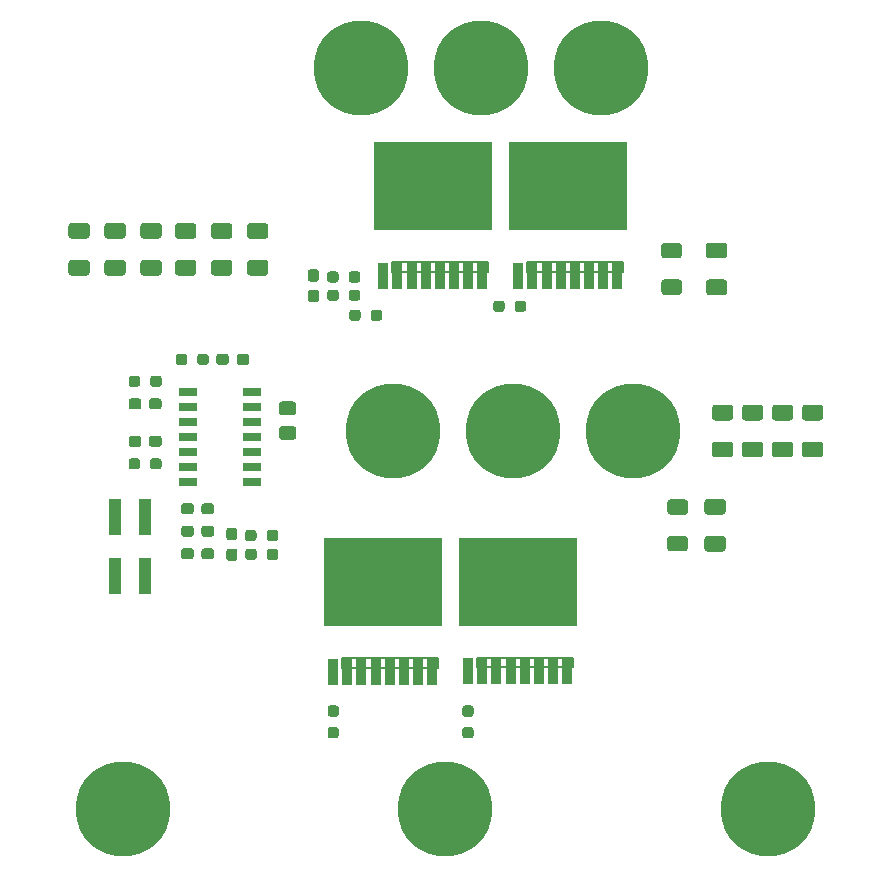
<source format=gbr>
%TF.GenerationSoftware,KiCad,Pcbnew,(5.1.9)-1*%
%TF.CreationDate,2021-04-16T14:47:50+02:00*%
%TF.ProjectId,Inverter,496e7665-7274-4657-922e-6b696361645f,rev?*%
%TF.SameCoordinates,Original*%
%TF.FileFunction,Paste,Top*%
%TF.FilePolarity,Positive*%
%FSLAX46Y46*%
G04 Gerber Fmt 4.6, Leading zero omitted, Abs format (unit mm)*
G04 Created by KiCad (PCBNEW (5.1.9)-1) date 2021-04-16 14:47:50*
%MOMM*%
%LPD*%
G01*
G04 APERTURE LIST*
%ADD10C,0.152400*%
%ADD11C,8.000000*%
%ADD12R,1.000000X3.150000*%
%ADD13R,9.956800X7.467600*%
%ADD14R,0.889000X2.311400*%
%ADD15R,1.525000X0.700000*%
G04 APERTURE END LIST*
D10*
%TO.C,U4*%
X92872301Y-112318800D02*
X100961299Y-112318800D01*
X100961299Y-112318800D02*
X100961299Y-113131600D01*
X100961299Y-113131600D02*
X92872301Y-113131600D01*
X92872301Y-113131600D02*
X92872301Y-112318800D01*
%TO.C,U3*%
X104302301Y-112293400D02*
X112391299Y-112293400D01*
X112391299Y-112293400D02*
X112391299Y-113106200D01*
X112391299Y-113106200D02*
X104302301Y-113106200D01*
X104302301Y-113106200D02*
X104302301Y-112293400D01*
%TO.C,U2*%
X97114101Y-78790800D02*
X105203099Y-78790800D01*
X105203099Y-78790800D02*
X105203099Y-79603600D01*
X105203099Y-79603600D02*
X97114101Y-79603600D01*
X97114101Y-79603600D02*
X97114101Y-78790800D01*
%TO.C,U1*%
X108544101Y-78790800D02*
X116633099Y-78790800D01*
X116633099Y-78790800D02*
X116633099Y-79603600D01*
X116633099Y-79603600D02*
X108544101Y-79603600D01*
X108544101Y-79603600D02*
X108544101Y-78790800D01*
%TD*%
D11*
%TO.C,U\u002A\u002A*%
X128905000Y-125095000D03*
%TD*%
%TO.C,U\u002A\u002A*%
X101600000Y-125095000D03*
%TD*%
%TO.C,U\u002A\u002A*%
X74295000Y-125095000D03*
%TD*%
%TO.C,U\u002A\u002A*%
X117475000Y-93091000D03*
%TD*%
%TO.C,U\u002A\u002A*%
X107315000Y-93091000D03*
%TD*%
%TO.C,U\u002A\u002A*%
X97155000Y-93091000D03*
%TD*%
%TO.C,U\u002A\u002A*%
X114808000Y-62357000D03*
%TD*%
%TO.C,U\u002A\u002A*%
X104648000Y-62357000D03*
%TD*%
%TO.C,U\u002A\u002A*%
X94488000Y-62357000D03*
%TD*%
%TO.C,C19*%
G36*
G01*
X69961998Y-78624000D02*
X71262002Y-78624000D01*
G75*
G02*
X71512000Y-78873998I0J-249998D01*
G01*
X71512000Y-79699002D01*
G75*
G02*
X71262002Y-79949000I-249998J0D01*
G01*
X69961998Y-79949000D01*
G75*
G02*
X69712000Y-79699002I0J249998D01*
G01*
X69712000Y-78873998D01*
G75*
G02*
X69961998Y-78624000I249998J0D01*
G01*
G37*
G36*
G01*
X69961998Y-75499000D02*
X71262002Y-75499000D01*
G75*
G02*
X71512000Y-75748998I0J-249998D01*
G01*
X71512000Y-76574002D01*
G75*
G02*
X71262002Y-76824000I-249998J0D01*
G01*
X69961998Y-76824000D01*
G75*
G02*
X69712000Y-76574002I0J249998D01*
G01*
X69712000Y-75748998D01*
G75*
G02*
X69961998Y-75499000I249998J0D01*
G01*
G37*
%TD*%
%TO.C,C18*%
G36*
G01*
X73009998Y-78624000D02*
X74310002Y-78624000D01*
G75*
G02*
X74560000Y-78873998I0J-249998D01*
G01*
X74560000Y-79699002D01*
G75*
G02*
X74310002Y-79949000I-249998J0D01*
G01*
X73009998Y-79949000D01*
G75*
G02*
X72760000Y-79699002I0J249998D01*
G01*
X72760000Y-78873998D01*
G75*
G02*
X73009998Y-78624000I249998J0D01*
G01*
G37*
G36*
G01*
X73009998Y-75499000D02*
X74310002Y-75499000D01*
G75*
G02*
X74560000Y-75748998I0J-249998D01*
G01*
X74560000Y-76574002D01*
G75*
G02*
X74310002Y-76824000I-249998J0D01*
G01*
X73009998Y-76824000D01*
G75*
G02*
X72760000Y-76574002I0J249998D01*
G01*
X72760000Y-75748998D01*
G75*
G02*
X73009998Y-75499000I249998J0D01*
G01*
G37*
%TD*%
%TO.C,C17*%
G36*
G01*
X82026998Y-78624000D02*
X83327002Y-78624000D01*
G75*
G02*
X83577000Y-78873998I0J-249998D01*
G01*
X83577000Y-79699002D01*
G75*
G02*
X83327002Y-79949000I-249998J0D01*
G01*
X82026998Y-79949000D01*
G75*
G02*
X81777000Y-79699002I0J249998D01*
G01*
X81777000Y-78873998D01*
G75*
G02*
X82026998Y-78624000I249998J0D01*
G01*
G37*
G36*
G01*
X82026998Y-75499000D02*
X83327002Y-75499000D01*
G75*
G02*
X83577000Y-75748998I0J-249998D01*
G01*
X83577000Y-76574002D01*
G75*
G02*
X83327002Y-76824000I-249998J0D01*
G01*
X82026998Y-76824000D01*
G75*
G02*
X81777000Y-76574002I0J249998D01*
G01*
X81777000Y-75748998D01*
G75*
G02*
X82026998Y-75499000I249998J0D01*
G01*
G37*
%TD*%
%TO.C,C16*%
G36*
G01*
X76057998Y-78624000D02*
X77358002Y-78624000D01*
G75*
G02*
X77608000Y-78873998I0J-249998D01*
G01*
X77608000Y-79699002D01*
G75*
G02*
X77358002Y-79949000I-249998J0D01*
G01*
X76057998Y-79949000D01*
G75*
G02*
X75808000Y-79699002I0J249998D01*
G01*
X75808000Y-78873998D01*
G75*
G02*
X76057998Y-78624000I249998J0D01*
G01*
G37*
G36*
G01*
X76057998Y-75499000D02*
X77358002Y-75499000D01*
G75*
G02*
X77608000Y-75748998I0J-249998D01*
G01*
X77608000Y-76574002D01*
G75*
G02*
X77358002Y-76824000I-249998J0D01*
G01*
X76057998Y-76824000D01*
G75*
G02*
X75808000Y-76574002I0J249998D01*
G01*
X75808000Y-75748998D01*
G75*
G02*
X76057998Y-75499000I249998J0D01*
G01*
G37*
%TD*%
%TO.C,C10*%
G36*
G01*
X78978998Y-78624000D02*
X80279002Y-78624000D01*
G75*
G02*
X80529000Y-78873998I0J-249998D01*
G01*
X80529000Y-79699002D01*
G75*
G02*
X80279002Y-79949000I-249998J0D01*
G01*
X78978998Y-79949000D01*
G75*
G02*
X78729000Y-79699002I0J249998D01*
G01*
X78729000Y-78873998D01*
G75*
G02*
X78978998Y-78624000I249998J0D01*
G01*
G37*
G36*
G01*
X78978998Y-75499000D02*
X80279002Y-75499000D01*
G75*
G02*
X80529000Y-75748998I0J-249998D01*
G01*
X80529000Y-76574002D01*
G75*
G02*
X80279002Y-76824000I-249998J0D01*
G01*
X78978998Y-76824000D01*
G75*
G02*
X78729000Y-76574002I0J249998D01*
G01*
X78729000Y-75748998D01*
G75*
G02*
X78978998Y-75499000I249998J0D01*
G01*
G37*
%TD*%
%TO.C,R13*%
G36*
G01*
X121910001Y-100192000D02*
X120659999Y-100192000D01*
G75*
G02*
X120410000Y-99942001I0J249999D01*
G01*
X120410000Y-99141999D01*
G75*
G02*
X120659999Y-98892000I249999J0D01*
G01*
X121910001Y-98892000D01*
G75*
G02*
X122160000Y-99141999I0J-249999D01*
G01*
X122160000Y-99942001D01*
G75*
G02*
X121910001Y-100192000I-249999J0D01*
G01*
G37*
G36*
G01*
X121910001Y-103292000D02*
X120659999Y-103292000D01*
G75*
G02*
X120410000Y-103042001I0J249999D01*
G01*
X120410000Y-102241999D01*
G75*
G02*
X120659999Y-101992000I249999J0D01*
G01*
X121910001Y-101992000D01*
G75*
G02*
X122160000Y-102241999I0J-249999D01*
G01*
X122160000Y-103042001D01*
G75*
G02*
X121910001Y-103292000I-249999J0D01*
G01*
G37*
%TD*%
%TO.C,R12*%
G36*
G01*
X121402001Y-78475000D02*
X120151999Y-78475000D01*
G75*
G02*
X119902000Y-78225001I0J249999D01*
G01*
X119902000Y-77424999D01*
G75*
G02*
X120151999Y-77175000I249999J0D01*
G01*
X121402001Y-77175000D01*
G75*
G02*
X121652000Y-77424999I0J-249999D01*
G01*
X121652000Y-78225001D01*
G75*
G02*
X121402001Y-78475000I-249999J0D01*
G01*
G37*
G36*
G01*
X121402001Y-81575000D02*
X120151999Y-81575000D01*
G75*
G02*
X119902000Y-81325001I0J249999D01*
G01*
X119902000Y-80524999D01*
G75*
G02*
X120151999Y-80275000I249999J0D01*
G01*
X121402001Y-80275000D01*
G75*
G02*
X121652000Y-80524999I0J-249999D01*
G01*
X121652000Y-81325001D01*
G75*
G02*
X121402001Y-81575000I-249999J0D01*
G01*
G37*
%TD*%
%TO.C,C8*%
G36*
G01*
X123809998Y-101992000D02*
X125110002Y-101992000D01*
G75*
G02*
X125360000Y-102241998I0J-249998D01*
G01*
X125360000Y-103067002D01*
G75*
G02*
X125110002Y-103317000I-249998J0D01*
G01*
X123809998Y-103317000D01*
G75*
G02*
X123560000Y-103067002I0J249998D01*
G01*
X123560000Y-102241998D01*
G75*
G02*
X123809998Y-101992000I249998J0D01*
G01*
G37*
G36*
G01*
X123809998Y-98867000D02*
X125110002Y-98867000D01*
G75*
G02*
X125360000Y-99116998I0J-249998D01*
G01*
X125360000Y-99942002D01*
G75*
G02*
X125110002Y-100192000I-249998J0D01*
G01*
X123809998Y-100192000D01*
G75*
G02*
X123560000Y-99942002I0J249998D01*
G01*
X123560000Y-99116998D01*
G75*
G02*
X123809998Y-98867000I249998J0D01*
G01*
G37*
%TD*%
%TO.C,C7*%
G36*
G01*
X123936998Y-80275000D02*
X125237002Y-80275000D01*
G75*
G02*
X125487000Y-80524998I0J-249998D01*
G01*
X125487000Y-81350002D01*
G75*
G02*
X125237002Y-81600000I-249998J0D01*
G01*
X123936998Y-81600000D01*
G75*
G02*
X123687000Y-81350002I0J249998D01*
G01*
X123687000Y-80524998D01*
G75*
G02*
X123936998Y-80275000I249998J0D01*
G01*
G37*
G36*
G01*
X123936998Y-77150000D02*
X125237002Y-77150000D01*
G75*
G02*
X125487000Y-77399998I0J-249998D01*
G01*
X125487000Y-78225002D01*
G75*
G02*
X125237002Y-78475000I-249998J0D01*
G01*
X123936998Y-78475000D01*
G75*
G02*
X123687000Y-78225002I0J249998D01*
G01*
X123687000Y-77399998D01*
G75*
G02*
X123936998Y-77150000I249998J0D01*
G01*
G37*
%TD*%
%TO.C,C15*%
G36*
G01*
X132064998Y-94016400D02*
X133365002Y-94016400D01*
G75*
G02*
X133615000Y-94266398I0J-249998D01*
G01*
X133615000Y-95091402D01*
G75*
G02*
X133365002Y-95341400I-249998J0D01*
G01*
X132064998Y-95341400D01*
G75*
G02*
X131815000Y-95091402I0J249998D01*
G01*
X131815000Y-94266398D01*
G75*
G02*
X132064998Y-94016400I249998J0D01*
G01*
G37*
G36*
G01*
X132064998Y-90891400D02*
X133365002Y-90891400D01*
G75*
G02*
X133615000Y-91141398I0J-249998D01*
G01*
X133615000Y-91966402D01*
G75*
G02*
X133365002Y-92216400I-249998J0D01*
G01*
X132064998Y-92216400D01*
G75*
G02*
X131815000Y-91966402I0J249998D01*
G01*
X131815000Y-91141398D01*
G75*
G02*
X132064998Y-90891400I249998J0D01*
G01*
G37*
%TD*%
%TO.C,C14*%
G36*
G01*
X129524998Y-94016400D02*
X130825002Y-94016400D01*
G75*
G02*
X131075000Y-94266398I0J-249998D01*
G01*
X131075000Y-95091402D01*
G75*
G02*
X130825002Y-95341400I-249998J0D01*
G01*
X129524998Y-95341400D01*
G75*
G02*
X129275000Y-95091402I0J249998D01*
G01*
X129275000Y-94266398D01*
G75*
G02*
X129524998Y-94016400I249998J0D01*
G01*
G37*
G36*
G01*
X129524998Y-90891400D02*
X130825002Y-90891400D01*
G75*
G02*
X131075000Y-91141398I0J-249998D01*
G01*
X131075000Y-91966402D01*
G75*
G02*
X130825002Y-92216400I-249998J0D01*
G01*
X129524998Y-92216400D01*
G75*
G02*
X129275000Y-91966402I0J249998D01*
G01*
X129275000Y-91141398D01*
G75*
G02*
X129524998Y-90891400I249998J0D01*
G01*
G37*
%TD*%
%TO.C,C13*%
G36*
G01*
X126984998Y-94016400D02*
X128285002Y-94016400D01*
G75*
G02*
X128535000Y-94266398I0J-249998D01*
G01*
X128535000Y-95091402D01*
G75*
G02*
X128285002Y-95341400I-249998J0D01*
G01*
X126984998Y-95341400D01*
G75*
G02*
X126735000Y-95091402I0J249998D01*
G01*
X126735000Y-94266398D01*
G75*
G02*
X126984998Y-94016400I249998J0D01*
G01*
G37*
G36*
G01*
X126984998Y-90891400D02*
X128285002Y-90891400D01*
G75*
G02*
X128535000Y-91141398I0J-249998D01*
G01*
X128535000Y-91966402D01*
G75*
G02*
X128285002Y-92216400I-249998J0D01*
G01*
X126984998Y-92216400D01*
G75*
G02*
X126735000Y-91966402I0J249998D01*
G01*
X126735000Y-91141398D01*
G75*
G02*
X126984998Y-90891400I249998J0D01*
G01*
G37*
%TD*%
%TO.C,C12*%
G36*
G01*
X124444998Y-94016400D02*
X125745002Y-94016400D01*
G75*
G02*
X125995000Y-94266398I0J-249998D01*
G01*
X125995000Y-95091402D01*
G75*
G02*
X125745002Y-95341400I-249998J0D01*
G01*
X124444998Y-95341400D01*
G75*
G02*
X124195000Y-95091402I0J249998D01*
G01*
X124195000Y-94266398D01*
G75*
G02*
X124444998Y-94016400I249998J0D01*
G01*
G37*
G36*
G01*
X124444998Y-90891400D02*
X125745002Y-90891400D01*
G75*
G02*
X125995000Y-91141398I0J-249998D01*
G01*
X125995000Y-91966402D01*
G75*
G02*
X125745002Y-92216400I-249998J0D01*
G01*
X124444998Y-92216400D01*
G75*
G02*
X124195000Y-91966402I0J249998D01*
G01*
X124195000Y-91141398D01*
G75*
G02*
X124444998Y-90891400I249998J0D01*
G01*
G37*
%TD*%
%TO.C,C11*%
G36*
G01*
X85074998Y-78624000D02*
X86375002Y-78624000D01*
G75*
G02*
X86625000Y-78873998I0J-249998D01*
G01*
X86625000Y-79699002D01*
G75*
G02*
X86375002Y-79949000I-249998J0D01*
G01*
X85074998Y-79949000D01*
G75*
G02*
X84825000Y-79699002I0J249998D01*
G01*
X84825000Y-78873998D01*
G75*
G02*
X85074998Y-78624000I249998J0D01*
G01*
G37*
G36*
G01*
X85074998Y-75499000D02*
X86375002Y-75499000D01*
G75*
G02*
X86625000Y-75748998I0J-249998D01*
G01*
X86625000Y-76574002D01*
G75*
G02*
X86375002Y-76824000I-249998J0D01*
G01*
X85074998Y-76824000D01*
G75*
G02*
X84825000Y-76574002I0J249998D01*
G01*
X84825000Y-75748998D01*
G75*
G02*
X85074998Y-75499000I249998J0D01*
G01*
G37*
%TD*%
D12*
%TO.C,J1*%
X76200000Y-100345000D03*
X76200000Y-105395000D03*
X73660000Y-100345000D03*
X73660000Y-105395000D03*
%TD*%
D13*
%TO.C,U4*%
X96316800Y-105918000D03*
D14*
X92116801Y-113474500D03*
X93316801Y-113474500D03*
X94516801Y-113474500D03*
X95716801Y-113474500D03*
X96916801Y-113474500D03*
X98116801Y-113474500D03*
X99316802Y-113474500D03*
X100516799Y-113474500D03*
%TD*%
D13*
%TO.C,U3*%
X107746800Y-105892600D03*
D14*
X103546801Y-113449100D03*
X104746801Y-113449100D03*
X105946801Y-113449100D03*
X107146801Y-113449100D03*
X108346801Y-113449100D03*
X109546801Y-113449100D03*
X110746802Y-113449100D03*
X111946799Y-113449100D03*
%TD*%
D13*
%TO.C,U2*%
X100558600Y-72390000D03*
D14*
X96358601Y-79946500D03*
X97558601Y-79946500D03*
X98758601Y-79946500D03*
X99958601Y-79946500D03*
X101158601Y-79946500D03*
X102358601Y-79946500D03*
X103558602Y-79946500D03*
X104758599Y-79946500D03*
%TD*%
D13*
%TO.C,U1*%
X111988600Y-72390000D03*
D14*
X107788601Y-79946500D03*
X108988601Y-79946500D03*
X110188601Y-79946500D03*
X111388601Y-79946500D03*
X112588601Y-79946500D03*
X113788601Y-79946500D03*
X114988602Y-79946500D03*
X116188599Y-79946500D03*
%TD*%
D15*
%TO.C,IC1*%
X79838000Y-89763600D03*
X79838000Y-91033600D03*
X79838000Y-92303600D03*
X79838000Y-93573600D03*
X79838000Y-94843600D03*
X79838000Y-96113600D03*
X79838000Y-97383600D03*
X85262000Y-97383600D03*
X85262000Y-96113600D03*
X85262000Y-94843600D03*
X85262000Y-93573600D03*
X85262000Y-92303600D03*
X85262000Y-91033600D03*
X85262000Y-89763600D03*
%TD*%
%TO.C,C6*%
G36*
G01*
X87790000Y-92678500D02*
X88740000Y-92678500D01*
G75*
G02*
X88990000Y-92928500I0J-250000D01*
G01*
X88990000Y-93603500D01*
G75*
G02*
X88740000Y-93853500I-250000J0D01*
G01*
X87790000Y-93853500D01*
G75*
G02*
X87540000Y-93603500I0J250000D01*
G01*
X87540000Y-92928500D01*
G75*
G02*
X87790000Y-92678500I250000J0D01*
G01*
G37*
G36*
G01*
X87790000Y-90603500D02*
X88740000Y-90603500D01*
G75*
G02*
X88990000Y-90853500I0J-250000D01*
G01*
X88990000Y-91528500D01*
G75*
G02*
X88740000Y-91778500I-250000J0D01*
G01*
X87790000Y-91778500D01*
G75*
G02*
X87540000Y-91528500I0J250000D01*
G01*
X87540000Y-90853500D01*
G75*
G02*
X87790000Y-90603500I250000J0D01*
G01*
G37*
%TD*%
%TO.C,D1*%
G36*
G01*
X83303100Y-103053600D02*
X83778100Y-103053600D01*
G75*
G02*
X84015600Y-103291100I0J-237500D01*
G01*
X84015600Y-103866100D01*
G75*
G02*
X83778100Y-104103600I-237500J0D01*
G01*
X83303100Y-104103600D01*
G75*
G02*
X83065600Y-103866100I0J237500D01*
G01*
X83065600Y-103291100D01*
G75*
G02*
X83303100Y-103053600I237500J0D01*
G01*
G37*
G36*
G01*
X83303100Y-101303600D02*
X83778100Y-101303600D01*
G75*
G02*
X84015600Y-101541100I0J-237500D01*
G01*
X84015600Y-102116100D01*
G75*
G02*
X83778100Y-102353600I-237500J0D01*
G01*
X83303100Y-102353600D01*
G75*
G02*
X83065600Y-102116100I0J237500D01*
G01*
X83065600Y-101541100D01*
G75*
G02*
X83303100Y-101303600I237500J0D01*
G01*
G37*
%TD*%
%TO.C,R5*%
G36*
G01*
X85653700Y-103318300D02*
X85653700Y-103793300D01*
G75*
G02*
X85416200Y-104030800I-237500J0D01*
G01*
X84916200Y-104030800D01*
G75*
G02*
X84678700Y-103793300I0J237500D01*
G01*
X84678700Y-103318300D01*
G75*
G02*
X84916200Y-103080800I237500J0D01*
G01*
X85416200Y-103080800D01*
G75*
G02*
X85653700Y-103318300I0J-237500D01*
G01*
G37*
G36*
G01*
X87478700Y-103318300D02*
X87478700Y-103793300D01*
G75*
G02*
X87241200Y-104030800I-237500J0D01*
G01*
X86741200Y-104030800D01*
G75*
G02*
X86503700Y-103793300I0J237500D01*
G01*
X86503700Y-103318300D01*
G75*
G02*
X86741200Y-103080800I237500J0D01*
G01*
X87241200Y-103080800D01*
G75*
G02*
X87478700Y-103318300I0J-237500D01*
G01*
G37*
%TD*%
%TO.C,R4*%
G36*
G01*
X85632100Y-101718100D02*
X85632100Y-102193100D01*
G75*
G02*
X85394600Y-102430600I-237500J0D01*
G01*
X84894600Y-102430600D01*
G75*
G02*
X84657100Y-102193100I0J237500D01*
G01*
X84657100Y-101718100D01*
G75*
G02*
X84894600Y-101480600I237500J0D01*
G01*
X85394600Y-101480600D01*
G75*
G02*
X85632100Y-101718100I0J-237500D01*
G01*
G37*
G36*
G01*
X87457100Y-101718100D02*
X87457100Y-102193100D01*
G75*
G02*
X87219600Y-102430600I-237500J0D01*
G01*
X86719600Y-102430600D01*
G75*
G02*
X86482100Y-102193100I0J237500D01*
G01*
X86482100Y-101718100D01*
G75*
G02*
X86719600Y-101480600I237500J0D01*
G01*
X87219600Y-101480600D01*
G75*
G02*
X87457100Y-101718100I0J-237500D01*
G01*
G37*
%TD*%
%TO.C,C3*%
G36*
G01*
X80970000Y-101837500D02*
X80970000Y-101362500D01*
G75*
G02*
X81207500Y-101125000I237500J0D01*
G01*
X81807500Y-101125000D01*
G75*
G02*
X82045000Y-101362500I0J-237500D01*
G01*
X82045000Y-101837500D01*
G75*
G02*
X81807500Y-102075000I-237500J0D01*
G01*
X81207500Y-102075000D01*
G75*
G02*
X80970000Y-101837500I0J237500D01*
G01*
G37*
G36*
G01*
X79245000Y-101837500D02*
X79245000Y-101362500D01*
G75*
G02*
X79482500Y-101125000I237500J0D01*
G01*
X80082500Y-101125000D01*
G75*
G02*
X80320000Y-101362500I0J-237500D01*
G01*
X80320000Y-101837500D01*
G75*
G02*
X80082500Y-102075000I-237500J0D01*
G01*
X79482500Y-102075000D01*
G75*
G02*
X79245000Y-101837500I0J237500D01*
G01*
G37*
%TD*%
%TO.C,C9*%
G36*
G01*
X80970000Y-99932500D02*
X80970000Y-99457500D01*
G75*
G02*
X81207500Y-99220000I237500J0D01*
G01*
X81807500Y-99220000D01*
G75*
G02*
X82045000Y-99457500I0J-237500D01*
G01*
X82045000Y-99932500D01*
G75*
G02*
X81807500Y-100170000I-237500J0D01*
G01*
X81207500Y-100170000D01*
G75*
G02*
X80970000Y-99932500I0J237500D01*
G01*
G37*
G36*
G01*
X79245000Y-99932500D02*
X79245000Y-99457500D01*
G75*
G02*
X79482500Y-99220000I237500J0D01*
G01*
X80082500Y-99220000D01*
G75*
G02*
X80320000Y-99457500I0J-237500D01*
G01*
X80320000Y-99932500D01*
G75*
G02*
X80082500Y-100170000I-237500J0D01*
G01*
X79482500Y-100170000D01*
G75*
G02*
X79245000Y-99932500I0J237500D01*
G01*
G37*
%TD*%
%TO.C,C5*%
G36*
G01*
X83940700Y-87283300D02*
X83940700Y-86808300D01*
G75*
G02*
X84178200Y-86570800I237500J0D01*
G01*
X84778200Y-86570800D01*
G75*
G02*
X85015700Y-86808300I0J-237500D01*
G01*
X85015700Y-87283300D01*
G75*
G02*
X84778200Y-87520800I-237500J0D01*
G01*
X84178200Y-87520800D01*
G75*
G02*
X83940700Y-87283300I0J237500D01*
G01*
G37*
G36*
G01*
X82215700Y-87283300D02*
X82215700Y-86808300D01*
G75*
G02*
X82453200Y-86570800I237500J0D01*
G01*
X83053200Y-86570800D01*
G75*
G02*
X83290700Y-86808300I0J-237500D01*
G01*
X83290700Y-87283300D01*
G75*
G02*
X83053200Y-87520800I-237500J0D01*
G01*
X82453200Y-87520800D01*
G75*
G02*
X82215700Y-87283300I0J237500D01*
G01*
G37*
%TD*%
%TO.C,C4*%
G36*
G01*
X80320000Y-103267500D02*
X80320000Y-103742500D01*
G75*
G02*
X80082500Y-103980000I-237500J0D01*
G01*
X79482500Y-103980000D01*
G75*
G02*
X79245000Y-103742500I0J237500D01*
G01*
X79245000Y-103267500D01*
G75*
G02*
X79482500Y-103030000I237500J0D01*
G01*
X80082500Y-103030000D01*
G75*
G02*
X80320000Y-103267500I0J-237500D01*
G01*
G37*
G36*
G01*
X82045000Y-103267500D02*
X82045000Y-103742500D01*
G75*
G02*
X81807500Y-103980000I-237500J0D01*
G01*
X81207500Y-103980000D01*
G75*
G02*
X80970000Y-103742500I0J237500D01*
G01*
X80970000Y-103267500D01*
G75*
G02*
X81207500Y-103030000I237500J0D01*
G01*
X81807500Y-103030000D01*
G75*
G02*
X82045000Y-103267500I0J-237500D01*
G01*
G37*
%TD*%
%TO.C,C2*%
G36*
G01*
X75875000Y-93742500D02*
X75875000Y-94217500D01*
G75*
G02*
X75637500Y-94455000I-237500J0D01*
G01*
X75037500Y-94455000D01*
G75*
G02*
X74800000Y-94217500I0J237500D01*
G01*
X74800000Y-93742500D01*
G75*
G02*
X75037500Y-93505000I237500J0D01*
G01*
X75637500Y-93505000D01*
G75*
G02*
X75875000Y-93742500I0J-237500D01*
G01*
G37*
G36*
G01*
X77600000Y-93742500D02*
X77600000Y-94217500D01*
G75*
G02*
X77362500Y-94455000I-237500J0D01*
G01*
X76762500Y-94455000D01*
G75*
G02*
X76525000Y-94217500I0J237500D01*
G01*
X76525000Y-93742500D01*
G75*
G02*
X76762500Y-93505000I237500J0D01*
G01*
X77362500Y-93505000D01*
G75*
G02*
X77600000Y-93742500I0J-237500D01*
G01*
G37*
%TD*%
%TO.C,C1*%
G36*
G01*
X75875000Y-90567500D02*
X75875000Y-91042500D01*
G75*
G02*
X75637500Y-91280000I-237500J0D01*
G01*
X75037500Y-91280000D01*
G75*
G02*
X74800000Y-91042500I0J237500D01*
G01*
X74800000Y-90567500D01*
G75*
G02*
X75037500Y-90330000I237500J0D01*
G01*
X75637500Y-90330000D01*
G75*
G02*
X75875000Y-90567500I0J-237500D01*
G01*
G37*
G36*
G01*
X77600000Y-90567500D02*
X77600000Y-91042500D01*
G75*
G02*
X77362500Y-91280000I-237500J0D01*
G01*
X76762500Y-91280000D01*
G75*
G02*
X76525000Y-91042500I0J237500D01*
G01*
X76525000Y-90567500D01*
G75*
G02*
X76762500Y-90330000I237500J0D01*
G01*
X77362500Y-90330000D01*
G75*
G02*
X77600000Y-90567500I0J-237500D01*
G01*
G37*
%TD*%
%TO.C,R1*%
G36*
G01*
X75775000Y-95647500D02*
X75775000Y-96122500D01*
G75*
G02*
X75537500Y-96360000I-237500J0D01*
G01*
X75037500Y-96360000D01*
G75*
G02*
X74800000Y-96122500I0J237500D01*
G01*
X74800000Y-95647500D01*
G75*
G02*
X75037500Y-95410000I237500J0D01*
G01*
X75537500Y-95410000D01*
G75*
G02*
X75775000Y-95647500I0J-237500D01*
G01*
G37*
G36*
G01*
X77600000Y-95647500D02*
X77600000Y-96122500D01*
G75*
G02*
X77362500Y-96360000I-237500J0D01*
G01*
X76862500Y-96360000D01*
G75*
G02*
X76625000Y-96122500I0J237500D01*
G01*
X76625000Y-95647500D01*
G75*
G02*
X76862500Y-95410000I237500J0D01*
G01*
X77362500Y-95410000D01*
G75*
G02*
X77600000Y-95647500I0J-237500D01*
G01*
G37*
%TD*%
%TO.C,R3*%
G36*
G01*
X79760900Y-86808300D02*
X79760900Y-87283300D01*
G75*
G02*
X79523400Y-87520800I-237500J0D01*
G01*
X79023400Y-87520800D01*
G75*
G02*
X78785900Y-87283300I0J237500D01*
G01*
X78785900Y-86808300D01*
G75*
G02*
X79023400Y-86570800I237500J0D01*
G01*
X79523400Y-86570800D01*
G75*
G02*
X79760900Y-86808300I0J-237500D01*
G01*
G37*
G36*
G01*
X81585900Y-86808300D02*
X81585900Y-87283300D01*
G75*
G02*
X81348400Y-87520800I-237500J0D01*
G01*
X80848400Y-87520800D01*
G75*
G02*
X80610900Y-87283300I0J237500D01*
G01*
X80610900Y-86808300D01*
G75*
G02*
X80848400Y-86570800I237500J0D01*
G01*
X81348400Y-86570800D01*
G75*
G02*
X81585900Y-86808300I0J-237500D01*
G01*
G37*
%TD*%
%TO.C,R2*%
G36*
G01*
X76625000Y-89137500D02*
X76625000Y-88662500D01*
G75*
G02*
X76862500Y-88425000I237500J0D01*
G01*
X77362500Y-88425000D01*
G75*
G02*
X77600000Y-88662500I0J-237500D01*
G01*
X77600000Y-89137500D01*
G75*
G02*
X77362500Y-89375000I-237500J0D01*
G01*
X76862500Y-89375000D01*
G75*
G02*
X76625000Y-89137500I0J237500D01*
G01*
G37*
G36*
G01*
X74800000Y-89137500D02*
X74800000Y-88662500D01*
G75*
G02*
X75037500Y-88425000I237500J0D01*
G01*
X75537500Y-88425000D01*
G75*
G02*
X75775000Y-88662500I0J-237500D01*
G01*
X75775000Y-89137500D01*
G75*
G02*
X75537500Y-89375000I-237500J0D01*
G01*
X75037500Y-89375000D01*
G75*
G02*
X74800000Y-89137500I0J237500D01*
G01*
G37*
%TD*%
%TO.C,R9*%
G36*
G01*
X91888300Y-118155900D02*
X92363300Y-118155900D01*
G75*
G02*
X92600800Y-118393400I0J-237500D01*
G01*
X92600800Y-118893400D01*
G75*
G02*
X92363300Y-119130900I-237500J0D01*
G01*
X91888300Y-119130900D01*
G75*
G02*
X91650800Y-118893400I0J237500D01*
G01*
X91650800Y-118393400D01*
G75*
G02*
X91888300Y-118155900I237500J0D01*
G01*
G37*
G36*
G01*
X91888300Y-116330900D02*
X92363300Y-116330900D01*
G75*
G02*
X92600800Y-116568400I0J-237500D01*
G01*
X92600800Y-117068400D01*
G75*
G02*
X92363300Y-117305900I-237500J0D01*
G01*
X91888300Y-117305900D01*
G75*
G02*
X91650800Y-117068400I0J237500D01*
G01*
X91650800Y-116568400D01*
G75*
G02*
X91888300Y-116330900I237500J0D01*
G01*
G37*
%TD*%
%TO.C,R8*%
G36*
G01*
X103292900Y-118155900D02*
X103767900Y-118155900D01*
G75*
G02*
X104005400Y-118393400I0J-237500D01*
G01*
X104005400Y-118893400D01*
G75*
G02*
X103767900Y-119130900I-237500J0D01*
G01*
X103292900Y-119130900D01*
G75*
G02*
X103055400Y-118893400I0J237500D01*
G01*
X103055400Y-118393400D01*
G75*
G02*
X103292900Y-118155900I237500J0D01*
G01*
G37*
G36*
G01*
X103292900Y-116330900D02*
X103767900Y-116330900D01*
G75*
G02*
X104005400Y-116568400I0J-237500D01*
G01*
X104005400Y-117068400D01*
G75*
G02*
X103767900Y-117305900I-237500J0D01*
G01*
X103292900Y-117305900D01*
G75*
G02*
X103055400Y-117068400I0J237500D01*
G01*
X103055400Y-116568400D01*
G75*
G02*
X103292900Y-116330900I237500J0D01*
G01*
G37*
%TD*%
%TO.C,R11*%
G36*
G01*
X94444000Y-83074500D02*
X94444000Y-83549500D01*
G75*
G02*
X94206500Y-83787000I-237500J0D01*
G01*
X93706500Y-83787000D01*
G75*
G02*
X93469000Y-83549500I0J237500D01*
G01*
X93469000Y-83074500D01*
G75*
G02*
X93706500Y-82837000I237500J0D01*
G01*
X94206500Y-82837000D01*
G75*
G02*
X94444000Y-83074500I0J-237500D01*
G01*
G37*
G36*
G01*
X96269000Y-83074500D02*
X96269000Y-83549500D01*
G75*
G02*
X96031500Y-83787000I-237500J0D01*
G01*
X95531500Y-83787000D01*
G75*
G02*
X95294000Y-83549500I0J237500D01*
G01*
X95294000Y-83074500D01*
G75*
G02*
X95531500Y-82837000I237500J0D01*
G01*
X96031500Y-82837000D01*
G75*
G02*
X96269000Y-83074500I0J-237500D01*
G01*
G37*
%TD*%
%TO.C,R10*%
G36*
G01*
X106636000Y-82312500D02*
X106636000Y-82787500D01*
G75*
G02*
X106398500Y-83025000I-237500J0D01*
G01*
X105898500Y-83025000D01*
G75*
G02*
X105661000Y-82787500I0J237500D01*
G01*
X105661000Y-82312500D01*
G75*
G02*
X105898500Y-82075000I237500J0D01*
G01*
X106398500Y-82075000D01*
G75*
G02*
X106636000Y-82312500I0J-237500D01*
G01*
G37*
G36*
G01*
X108461000Y-82312500D02*
X108461000Y-82787500D01*
G75*
G02*
X108223500Y-83025000I-237500J0D01*
G01*
X107723500Y-83025000D01*
G75*
G02*
X107486000Y-82787500I0J237500D01*
G01*
X107486000Y-82312500D01*
G75*
G02*
X107723500Y-82075000I237500J0D01*
G01*
X108223500Y-82075000D01*
G75*
G02*
X108461000Y-82312500I0J-237500D01*
G01*
G37*
%TD*%
%TO.C,R7*%
G36*
G01*
X92587900Y-79823300D02*
X92587900Y-80298300D01*
G75*
G02*
X92350400Y-80535800I-237500J0D01*
G01*
X91850400Y-80535800D01*
G75*
G02*
X91612900Y-80298300I0J237500D01*
G01*
X91612900Y-79823300D01*
G75*
G02*
X91850400Y-79585800I237500J0D01*
G01*
X92350400Y-79585800D01*
G75*
G02*
X92587900Y-79823300I0J-237500D01*
G01*
G37*
G36*
G01*
X94412900Y-79823300D02*
X94412900Y-80298300D01*
G75*
G02*
X94175400Y-80535800I-237500J0D01*
G01*
X93675400Y-80535800D01*
G75*
G02*
X93437900Y-80298300I0J237500D01*
G01*
X93437900Y-79823300D01*
G75*
G02*
X93675400Y-79585800I237500J0D01*
G01*
X94175400Y-79585800D01*
G75*
G02*
X94412900Y-79823300I0J-237500D01*
G01*
G37*
%TD*%
%TO.C,R6*%
G36*
G01*
X92591700Y-81372700D02*
X92591700Y-81847700D01*
G75*
G02*
X92354200Y-82085200I-237500J0D01*
G01*
X91854200Y-82085200D01*
G75*
G02*
X91616700Y-81847700I0J237500D01*
G01*
X91616700Y-81372700D01*
G75*
G02*
X91854200Y-81135200I237500J0D01*
G01*
X92354200Y-81135200D01*
G75*
G02*
X92591700Y-81372700I0J-237500D01*
G01*
G37*
G36*
G01*
X94416700Y-81372700D02*
X94416700Y-81847700D01*
G75*
G02*
X94179200Y-82085200I-237500J0D01*
G01*
X93679200Y-82085200D01*
G75*
G02*
X93441700Y-81847700I0J237500D01*
G01*
X93441700Y-81372700D01*
G75*
G02*
X93679200Y-81135200I237500J0D01*
G01*
X94179200Y-81135200D01*
G75*
G02*
X94416700Y-81372700I0J-237500D01*
G01*
G37*
%TD*%
%TO.C,D2*%
G36*
G01*
X90686900Y-80458800D02*
X90211900Y-80458800D01*
G75*
G02*
X89974400Y-80221300I0J237500D01*
G01*
X89974400Y-79646300D01*
G75*
G02*
X90211900Y-79408800I237500J0D01*
G01*
X90686900Y-79408800D01*
G75*
G02*
X90924400Y-79646300I0J-237500D01*
G01*
X90924400Y-80221300D01*
G75*
G02*
X90686900Y-80458800I-237500J0D01*
G01*
G37*
G36*
G01*
X90686900Y-82208800D02*
X90211900Y-82208800D01*
G75*
G02*
X89974400Y-81971300I0J237500D01*
G01*
X89974400Y-81396300D01*
G75*
G02*
X90211900Y-81158800I237500J0D01*
G01*
X90686900Y-81158800D01*
G75*
G02*
X90924400Y-81396300I0J-237500D01*
G01*
X90924400Y-81971300D01*
G75*
G02*
X90686900Y-82208800I-237500J0D01*
G01*
G37*
%TD*%
M02*

</source>
